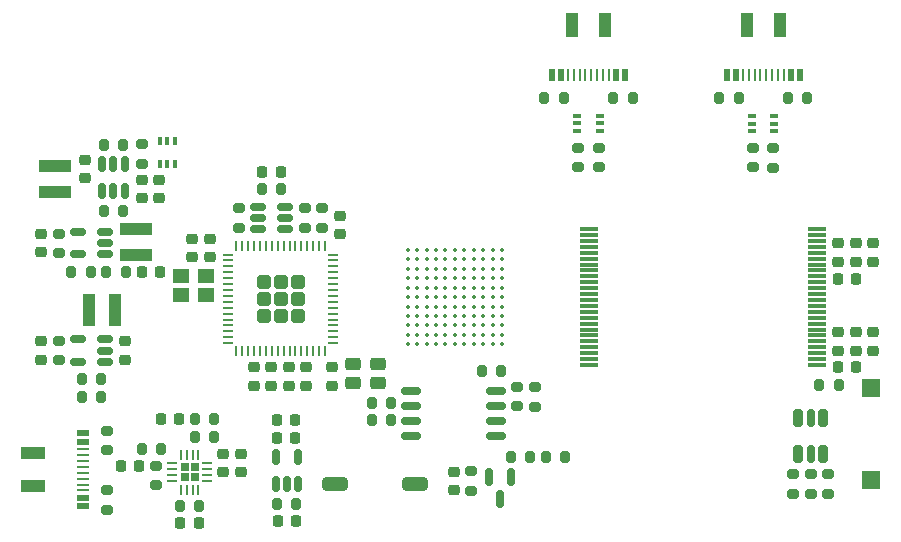
<source format=gbr>
%TF.GenerationSoftware,KiCad,Pcbnew,9.0.3*%
%TF.CreationDate,2025-10-10T02:39:33-04:00*%
%TF.ProjectId,sbc,7362632e-6b69-4636-9164-5f7063625858,rev?*%
%TF.SameCoordinates,Original*%
%TF.FileFunction,Paste,Top*%
%TF.FilePolarity,Positive*%
%FSLAX46Y46*%
G04 Gerber Fmt 4.6, Leading zero omitted, Abs format (unit mm)*
G04 Created by KiCad (PCBNEW 9.0.3) date 2025-10-10 02:39:33*
%MOMM*%
%LPD*%
G01*
G04 APERTURE LIST*
G04 Aperture macros list*
%AMRoundRect*
0 Rectangle with rounded corners*
0 $1 Rounding radius*
0 $2 $3 $4 $5 $6 $7 $8 $9 X,Y pos of 4 corners*
0 Add a 4 corners polygon primitive as box body*
4,1,4,$2,$3,$4,$5,$6,$7,$8,$9,$2,$3,0*
0 Add four circle primitives for the rounded corners*
1,1,$1+$1,$2,$3*
1,1,$1+$1,$4,$5*
1,1,$1+$1,$6,$7*
1,1,$1+$1,$8,$9*
0 Add four rect primitives between the rounded corners*
20,1,$1+$1,$2,$3,$4,$5,0*
20,1,$1+$1,$4,$5,$6,$7,0*
20,1,$1+$1,$6,$7,$8,$9,0*
20,1,$1+$1,$8,$9,$2,$3,0*%
G04 Aperture macros list end*
%ADD10RoundRect,0.200000X0.200000X0.275000X-0.200000X0.275000X-0.200000X-0.275000X0.200000X-0.275000X0*%
%ADD11RoundRect,0.200000X0.275000X-0.200000X0.275000X0.200000X-0.275000X0.200000X-0.275000X-0.200000X0*%
%ADD12RoundRect,0.225000X0.250000X-0.225000X0.250000X0.225000X-0.250000X0.225000X-0.250000X-0.225000X0*%
%ADD13RoundRect,0.150000X-0.150000X0.587500X-0.150000X-0.587500X0.150000X-0.587500X0.150000X0.587500X0*%
%ADD14R,2.000000X1.000000*%
%ADD15R,1.000000X0.520000*%
%ADD16R,1.000000X0.270000*%
%ADD17RoundRect,0.200000X-0.200000X-0.275000X0.200000X-0.275000X0.200000X0.275000X-0.200000X0.275000X0*%
%ADD18R,1.000000X2.700000*%
%ADD19R,2.700000X1.000000*%
%ADD20RoundRect,0.160000X-0.240000X0.565000X-0.240000X-0.565000X0.240000X-0.565000X0.240000X0.565000X0*%
%ADD21RoundRect,0.120000X-0.180000X0.605000X-0.180000X-0.605000X0.180000X-0.605000X0.180000X0.605000X0*%
%ADD22RoundRect,0.225000X-0.250000X0.225000X-0.250000X-0.225000X0.250000X-0.225000X0.250000X0.225000X0*%
%ADD23RoundRect,0.200000X-0.275000X0.200000X-0.275000X-0.200000X0.275000X-0.200000X0.275000X0.200000X0*%
%ADD24RoundRect,0.225000X0.225000X0.250000X-0.225000X0.250000X-0.225000X-0.250000X0.225000X-0.250000X0*%
%ADD25RoundRect,0.250000X-0.830000X-0.310000X0.830000X-0.310000X0.830000X0.310000X-0.830000X0.310000X0*%
%ADD26RoundRect,0.150000X0.512500X0.150000X-0.512500X0.150000X-0.512500X-0.150000X0.512500X-0.150000X0*%
%ADD27RoundRect,0.218750X0.256250X-0.218750X0.256250X0.218750X-0.256250X0.218750X-0.256250X-0.218750X0*%
%ADD28RoundRect,0.150000X0.150000X-0.512500X0.150000X0.512500X-0.150000X0.512500X-0.150000X-0.512500X0*%
%ADD29RoundRect,0.100000X-0.225000X-0.100000X0.225000X-0.100000X0.225000X0.100000X-0.225000X0.100000X0*%
%ADD30RoundRect,0.250000X-0.335000X-0.335000X0.335000X-0.335000X0.335000X0.335000X-0.335000X0.335000X0*%
%ADD31RoundRect,0.062500X-0.337500X-0.062500X0.337500X-0.062500X0.337500X0.062500X-0.337500X0.062500X0*%
%ADD32RoundRect,0.062500X-0.062500X-0.337500X0.062500X-0.337500X0.062500X0.337500X-0.062500X0.337500X0*%
%ADD33R,1.500000X1.500000*%
%ADD34RoundRect,0.150000X-0.512500X-0.150000X0.512500X-0.150000X0.512500X0.150000X-0.512500X0.150000X0*%
%ADD35C,0.350000*%
%ADD36R,1.400000X1.200000*%
%ADD37R,1.000000X2.000000*%
%ADD38R,0.520000X1.000000*%
%ADD39R,0.270000X1.000000*%
%ADD40RoundRect,0.218750X-0.256250X0.218750X-0.256250X-0.218750X0.256250X-0.218750X0.256250X0.218750X0*%
%ADD41RoundRect,0.162500X-0.650000X-0.162500X0.650000X-0.162500X0.650000X0.162500X-0.650000X0.162500X0*%
%ADD42RoundRect,0.225000X-0.225000X-0.250000X0.225000X-0.250000X0.225000X0.250000X-0.225000X0.250000X0*%
%ADD43RoundRect,0.218750X-0.218750X-0.256250X0.218750X-0.256250X0.218750X0.256250X-0.218750X0.256250X0*%
%ADD44RoundRect,0.250000X-0.400000X-0.300000X0.400000X-0.300000X0.400000X0.300000X-0.400000X0.300000X0*%
%ADD45RoundRect,0.218750X0.218750X0.256250X-0.218750X0.256250X-0.218750X-0.256250X0.218750X-0.256250X0*%
%ADD46RoundRect,0.100000X-0.100000X0.225000X-0.100000X-0.225000X0.100000X-0.225000X0.100000X0.225000X0*%
%ADD47RoundRect,0.075000X-0.712500X-0.075000X0.712500X-0.075000X0.712500X0.075000X-0.712500X0.075000X0*%
%ADD48RoundRect,0.182500X0.182500X-0.182500X0.182500X0.182500X-0.182500X0.182500X-0.182500X-0.182500X0*%
%ADD49RoundRect,0.062500X0.062500X-0.350000X0.062500X0.350000X-0.062500X0.350000X-0.062500X-0.350000X0*%
%ADD50RoundRect,0.062500X0.350000X-0.062500X0.350000X0.062500X-0.350000X0.062500X-0.350000X-0.062500X0*%
G04 APERTURE END LIST*
D10*
%TO.C,R26*%
X148920000Y-84770000D03*
X147270000Y-84770000D03*
%TD*%
D11*
%TO.C,R21*%
X106154000Y-106944600D03*
X106154000Y-105294600D03*
%TD*%
%TO.C,R33*%
X168360000Y-118260000D03*
X168360000Y-116610000D03*
%TD*%
D10*
%TO.C,R23*%
X163720000Y-84770000D03*
X162070000Y-84770000D03*
%TD*%
D12*
%TO.C,C33*%
X173620000Y-98605000D03*
X173620000Y-97055000D03*
%TD*%
D13*
%TO.C,Q2*%
X144460000Y-116815000D03*
X142560000Y-116815000D03*
X143510000Y-118690000D03*
%TD*%
D11*
%TO.C,R18*%
X145000000Y-110860000D03*
X145000000Y-109210000D03*
%TD*%
D14*
%TO.C,J6*%
X104002500Y-114825000D03*
X104002500Y-117625000D03*
D15*
X108202500Y-113125000D03*
X108202500Y-113875000D03*
D16*
X108202500Y-114475000D03*
X108202500Y-115975000D03*
X108202500Y-116975000D03*
X108202500Y-117975000D03*
D15*
X108202500Y-118575000D03*
X108202500Y-119325000D03*
X108202500Y-119325000D03*
X108202500Y-118575000D03*
D16*
X108202500Y-117475000D03*
X108202500Y-116475000D03*
X108202500Y-115475000D03*
X108202500Y-114975000D03*
D15*
X108202500Y-113875000D03*
X108202500Y-113125000D03*
%TD*%
D12*
%TO.C,C40*%
X124170000Y-109100000D03*
X124170000Y-107550000D03*
%TD*%
D17*
%TO.C,R53*%
X116400000Y-119300000D03*
X118050000Y-119300000D03*
%TD*%
D18*
%TO.C,L1*%
X108686500Y-102679600D03*
X110886500Y-102679600D03*
%TD*%
D19*
%TO.C,L2*%
X112725200Y-95801200D03*
X112725200Y-98001200D03*
%TD*%
D20*
%TO.C,D3*%
X170860000Y-111875000D03*
D21*
X169810000Y-111875000D03*
D20*
X168760000Y-111875000D03*
X168760000Y-114925000D03*
D21*
X169810000Y-114925000D03*
D20*
X170860000Y-114925000D03*
%TD*%
D22*
%TO.C,C16*%
X108351600Y-89957400D03*
X108351600Y-91507400D03*
%TD*%
D23*
%TO.C,R35*%
X151870000Y-88949200D03*
X151870000Y-90599200D03*
%TD*%
D12*
%TO.C,C55*%
X175090000Y-98605000D03*
X175090000Y-97055000D03*
%TD*%
D17*
%TO.C,R24*%
X167870000Y-84770000D03*
X169520000Y-84770000D03*
%TD*%
D24*
%TO.C,C4*%
X116330000Y-111940000D03*
X114780000Y-111940000D03*
%TD*%
D11*
%TO.C,R10*%
X110212500Y-114555000D03*
X110212500Y-112905000D03*
%TD*%
D25*
%TO.C,JP2*%
X129578600Y-117398800D03*
X136308600Y-117398800D03*
%TD*%
D11*
%TO.C,R16*%
X146460000Y-110870000D03*
X146460000Y-109220000D03*
%TD*%
D26*
%TO.C,U11*%
X110094000Y-107074600D03*
X110094000Y-106124600D03*
X110094000Y-105174600D03*
X107819000Y-105174600D03*
X107819000Y-107074600D03*
%TD*%
D27*
%TO.C,D6*%
X121570000Y-116435000D03*
X121570000Y-114860000D03*
%TD*%
D26*
%TO.C,U1*%
X110063200Y-97993200D03*
X110063200Y-97043200D03*
X110063200Y-96093200D03*
X107788200Y-96093200D03*
X107788200Y-97993200D03*
%TD*%
D28*
%TO.C,U4*%
X109831600Y-92647400D03*
X110781600Y-92647400D03*
X111731600Y-92647400D03*
X111731600Y-90372400D03*
X110781600Y-90372400D03*
X109831600Y-90372400D03*
%TD*%
D17*
%TO.C,R13*%
X107223200Y-99473200D03*
X108873200Y-99473200D03*
%TD*%
D22*
%TO.C,C41*%
X173620000Y-104580000D03*
X173620000Y-106130000D03*
%TD*%
D10*
%TO.C,R9*%
X109764000Y-108559600D03*
X108114000Y-108559600D03*
%TD*%
D17*
%TO.C,R48*%
X123350000Y-92479600D03*
X125000000Y-92479600D03*
%TD*%
D29*
%TO.C,U14*%
X164830000Y-86279200D03*
X164830000Y-86929200D03*
X164830000Y-87579200D03*
X166730000Y-87579200D03*
X166730000Y-86929200D03*
X166730000Y-86279200D03*
%TD*%
D30*
%TO.C,U8*%
X123500000Y-100300000D03*
X123500000Y-101750000D03*
X123500000Y-103200000D03*
X124950000Y-100300000D03*
X124950000Y-101750000D03*
X124950000Y-103200000D03*
X126400000Y-100300000D03*
X126400000Y-101750000D03*
X126400000Y-103200000D03*
D31*
X120500000Y-98000000D03*
X120500000Y-98500000D03*
X120500000Y-99000000D03*
X120500000Y-99500000D03*
X120500000Y-100000000D03*
X120500000Y-100500000D03*
X120500000Y-101000000D03*
X120500000Y-101500000D03*
X120500000Y-102000000D03*
X120500000Y-102500000D03*
X120500000Y-103000000D03*
X120500000Y-103500000D03*
X120500000Y-104000000D03*
X120500000Y-104500000D03*
X120500000Y-105000000D03*
X120500000Y-105500000D03*
D32*
X121200000Y-106200000D03*
X121700000Y-106200000D03*
X122200000Y-106200000D03*
X122700000Y-106200000D03*
X123200000Y-106200000D03*
X123700000Y-106200000D03*
X124200000Y-106200000D03*
X124700000Y-106200000D03*
X125200000Y-106200000D03*
X125700000Y-106200000D03*
X126200000Y-106200000D03*
X126700000Y-106200000D03*
X127200000Y-106200000D03*
X127700000Y-106200000D03*
X128200000Y-106200000D03*
X128700000Y-106200000D03*
D31*
X129400000Y-105500000D03*
X129400000Y-105000000D03*
X129400000Y-104500000D03*
X129400000Y-104000000D03*
X129400000Y-103500000D03*
X129400000Y-103000000D03*
X129400000Y-102500000D03*
X129400000Y-102000000D03*
X129400000Y-101500000D03*
X129400000Y-101000000D03*
X129400000Y-100500000D03*
X129400000Y-100000000D03*
X129400000Y-99500000D03*
X129400000Y-99000000D03*
X129400000Y-98500000D03*
X129400000Y-98000000D03*
D32*
X128700000Y-97300000D03*
X128200000Y-97300000D03*
X127700000Y-97300000D03*
X127200000Y-97300000D03*
X126700000Y-97300000D03*
X126200000Y-97300000D03*
X125700000Y-97300000D03*
X125200000Y-97300000D03*
X124700000Y-97300000D03*
X124200000Y-97300000D03*
X123700000Y-97300000D03*
X123200000Y-97300000D03*
X122700000Y-97300000D03*
X122200000Y-97300000D03*
X121700000Y-97300000D03*
X121200000Y-97300000D03*
%TD*%
D12*
%TO.C,C42*%
X125630000Y-109100000D03*
X125630000Y-107550000D03*
%TD*%
D11*
%TO.C,R5*%
X114377500Y-117515000D03*
X114377500Y-115865000D03*
%TD*%
D22*
%TO.C,C15*%
X175080000Y-104580000D03*
X175080000Y-106130000D03*
%TD*%
D33*
%TO.C,SW1*%
X174910000Y-117090000D03*
X174910000Y-109290000D03*
%TD*%
D11*
%TO.C,R50*%
X128430000Y-95739600D03*
X128430000Y-94089600D03*
%TD*%
%TO.C,R49*%
X126970000Y-95734600D03*
X126970000Y-94084600D03*
%TD*%
D10*
%TO.C,R17*%
X134310000Y-112000000D03*
X132660000Y-112000000D03*
%TD*%
D12*
%TO.C,C37*%
X117468800Y-98230000D03*
X117468800Y-96680000D03*
%TD*%
D17*
%TO.C,R27*%
X153100000Y-84770000D03*
X154750000Y-84770000D03*
%TD*%
D10*
%TO.C,R4*%
X114832500Y-114485000D03*
X113182500Y-114485000D03*
%TD*%
D34*
%TO.C,U7*%
X123042500Y-93959600D03*
X123042500Y-94909600D03*
X123042500Y-95859600D03*
X125317500Y-95859600D03*
X125317500Y-94909600D03*
X125317500Y-93959600D03*
%TD*%
D35*
%TO.C,U2*%
X135700000Y-97600000D03*
X136500000Y-97600000D03*
X137300000Y-97600000D03*
X138100000Y-97600000D03*
X138900000Y-97600000D03*
X139700000Y-97600000D03*
X140500000Y-97600000D03*
X141300000Y-97600000D03*
X142100000Y-97600000D03*
X142900000Y-97600000D03*
X143700000Y-97600000D03*
X135700000Y-98400000D03*
X136500000Y-98400000D03*
X137300000Y-98400000D03*
X138100000Y-98400000D03*
X138900000Y-98400000D03*
X139700000Y-98400000D03*
X140500000Y-98400000D03*
X141300000Y-98400000D03*
X142100000Y-98400000D03*
X142900000Y-98400000D03*
X143700000Y-98400000D03*
X135700000Y-99200000D03*
X136500000Y-99200000D03*
X137300000Y-99200000D03*
X138100000Y-99200000D03*
X138900000Y-99200000D03*
X139700000Y-99200000D03*
X140500000Y-99200000D03*
X141300000Y-99200000D03*
X142100000Y-99200000D03*
X142900000Y-99200000D03*
X143700000Y-99200000D03*
X135700000Y-100000000D03*
X136500000Y-100000000D03*
X137300000Y-100000000D03*
X138100000Y-100000000D03*
X138900000Y-100000000D03*
X139700000Y-100000000D03*
X140500000Y-100000000D03*
X141300000Y-100000000D03*
X142100000Y-100000000D03*
X142900000Y-100000000D03*
X143700000Y-100000000D03*
X135700000Y-100800000D03*
X136500000Y-100800000D03*
X137300000Y-100800000D03*
X138100000Y-100800000D03*
X138900000Y-100800000D03*
X139700000Y-100800000D03*
X140500000Y-100800000D03*
X141300000Y-100800000D03*
X142100000Y-100800000D03*
X142900000Y-100800000D03*
X143700000Y-100800000D03*
X135700000Y-101600000D03*
X136500000Y-101600000D03*
X137300000Y-101600000D03*
X138100000Y-101600000D03*
X138900000Y-101600000D03*
X139700000Y-101600000D03*
X140500000Y-101600000D03*
X141300000Y-101600000D03*
X142100000Y-101600000D03*
X142900000Y-101600000D03*
X143700000Y-101600000D03*
X135700000Y-102400000D03*
X136500000Y-102400000D03*
X137300000Y-102400000D03*
X138100000Y-102400000D03*
X138900000Y-102400000D03*
X139700000Y-102400000D03*
X140500000Y-102400000D03*
X141300000Y-102400000D03*
X142100000Y-102400000D03*
X142900000Y-102400000D03*
X143700000Y-102400000D03*
X135700000Y-103200000D03*
X136500000Y-103200000D03*
X137300000Y-103200000D03*
X138100000Y-103200000D03*
X138900000Y-103200000D03*
X139700000Y-103200000D03*
X140500000Y-103200000D03*
X141300000Y-103200000D03*
X142100000Y-103200000D03*
X142900000Y-103200000D03*
X143700000Y-103200000D03*
X135700000Y-104000000D03*
X136500000Y-104000000D03*
X137300000Y-104000000D03*
X138100000Y-104000000D03*
X138900000Y-104000000D03*
X139700000Y-104000000D03*
X140500000Y-104000000D03*
X141300000Y-104000000D03*
X142100000Y-104000000D03*
X142900000Y-104000000D03*
X143700000Y-104000000D03*
X135700000Y-104800000D03*
X136500000Y-104800000D03*
X137300000Y-104800000D03*
X138100000Y-104800000D03*
X138900000Y-104800000D03*
X139700000Y-104800000D03*
X140500000Y-104800000D03*
X141300000Y-104800000D03*
X142100000Y-104800000D03*
X142900000Y-104800000D03*
X143700000Y-104800000D03*
X135700000Y-105600000D03*
X136500000Y-105600000D03*
X137300000Y-105600000D03*
X138100000Y-105600000D03*
X138900000Y-105600000D03*
X139700000Y-105600000D03*
X140500000Y-105600000D03*
X141300000Y-105600000D03*
X142100000Y-105600000D03*
X142900000Y-105600000D03*
X143700000Y-105600000D03*
%TD*%
D36*
%TO.C,Y1*%
X118668800Y-99830000D03*
X116468800Y-99830000D03*
X116468800Y-101430000D03*
X118668800Y-101430000D03*
%TD*%
D37*
%TO.C,J1*%
X167220000Y-78560000D03*
X164420000Y-78560000D03*
D38*
X168920000Y-82760000D03*
X168170000Y-82760000D03*
D39*
X167570000Y-82760000D03*
X166070000Y-82760000D03*
X165070000Y-82760000D03*
X164070000Y-82760000D03*
D38*
X163470000Y-82760000D03*
X162720000Y-82760000D03*
X162720000Y-82760000D03*
X163470000Y-82760000D03*
D39*
X164570000Y-82760000D03*
X165570000Y-82760000D03*
X166570000Y-82760000D03*
X167070000Y-82760000D03*
D38*
X168170000Y-82760000D03*
X168920000Y-82760000D03*
%TD*%
D40*
%TO.C,D4*%
X139620000Y-116385000D03*
X139620000Y-117960000D03*
%TD*%
D37*
%TO.C,J7*%
X152400000Y-78560000D03*
X149600000Y-78560000D03*
D38*
X154100000Y-82760000D03*
X153350000Y-82760000D03*
D39*
X152750000Y-82760000D03*
X151250000Y-82760000D03*
X150250000Y-82760000D03*
X149250000Y-82760000D03*
D38*
X148650000Y-82760000D03*
X147900000Y-82760000D03*
X147900000Y-82760000D03*
X148650000Y-82760000D03*
D39*
X149750000Y-82760000D03*
X150750000Y-82760000D03*
X151750000Y-82760000D03*
X152250000Y-82760000D03*
D38*
X153350000Y-82760000D03*
X154100000Y-82760000D03*
%TD*%
D22*
%TO.C,C56*%
X172160000Y-104580000D03*
X172160000Y-106130000D03*
%TD*%
D17*
%TO.C,R40*%
X147410000Y-115110000D03*
X149060000Y-115110000D03*
%TD*%
D23*
%TO.C,R37*%
X121400000Y-94069600D03*
X121400000Y-95719600D03*
%TD*%
%TO.C,R44*%
X166640000Y-88984200D03*
X166640000Y-90634200D03*
%TD*%
D22*
%TO.C,C34*%
X113211600Y-91662400D03*
X113211600Y-93212400D03*
%TD*%
D41*
%TO.C,U3*%
X136025000Y-109560000D03*
X136025000Y-110830000D03*
X136025000Y-112100000D03*
X136025000Y-113370000D03*
X143200000Y-113370000D03*
X143200000Y-112100000D03*
X143200000Y-110830000D03*
X143200000Y-109560000D03*
%TD*%
D42*
%TO.C,C9*%
X113188200Y-99473200D03*
X114738200Y-99473200D03*
%TD*%
D17*
%TO.C,R55*%
X109951600Y-94292400D03*
X111601600Y-94292400D03*
%TD*%
D42*
%TO.C,C13*%
X172140000Y-107560000D03*
X173690000Y-107560000D03*
%TD*%
D10*
%TO.C,R6*%
X119337500Y-111940000D03*
X117687500Y-111940000D03*
%TD*%
D17*
%TO.C,R8*%
X108114000Y-110019600D03*
X109764000Y-110019600D03*
%TD*%
D42*
%TO.C,C64*%
X111400000Y-115940000D03*
X112950000Y-115940000D03*
%TD*%
D10*
%TO.C,R31*%
X172210000Y-109030000D03*
X170560000Y-109030000D03*
%TD*%
D22*
%TO.C,C6*%
X111734000Y-105339600D03*
X111734000Y-106889600D03*
%TD*%
D17*
%TO.C,R22*%
X141980000Y-107830000D03*
X143630000Y-107830000D03*
%TD*%
%TO.C,R39*%
X109961600Y-88732400D03*
X111611600Y-88732400D03*
%TD*%
D22*
%TO.C,C5*%
X104684000Y-105344600D03*
X104684000Y-106894600D03*
%TD*%
D12*
%TO.C,C39*%
X172160000Y-98605000D03*
X172160000Y-97055000D03*
%TD*%
D29*
%TO.C,U15*%
X150050000Y-86249200D03*
X150050000Y-86899200D03*
X150050000Y-87549200D03*
X151950000Y-87549200D03*
X151950000Y-86899200D03*
X151950000Y-86249200D03*
%TD*%
D43*
%TO.C,L6*%
X124625000Y-113500000D03*
X126200000Y-113500000D03*
%TD*%
D44*
%TO.C,Y2*%
X131050000Y-108880000D03*
X133150000Y-108880000D03*
X133150000Y-107230000D03*
X131050000Y-107230000D03*
%TD*%
D17*
%TO.C,R54*%
X124638000Y-119088400D03*
X126288000Y-119088400D03*
%TD*%
D11*
%TO.C,R42*%
X141080000Y-117990000D03*
X141080000Y-116340000D03*
%TD*%
D22*
%TO.C,C14*%
X129270000Y-107550000D03*
X129270000Y-109100000D03*
%TD*%
D45*
%TO.C,L4*%
X173690000Y-100040000D03*
X172115000Y-100040000D03*
%TD*%
D19*
%TO.C,L3*%
X105871600Y-90502400D03*
X105871600Y-92702400D03*
%TD*%
D17*
%TO.C,R12*%
X110183200Y-99473200D03*
X111833200Y-99473200D03*
%TD*%
D11*
%TO.C,R34*%
X169820000Y-118260000D03*
X169820000Y-116610000D03*
%TD*%
D46*
%TO.C,U12*%
X115991600Y-88412400D03*
X115341600Y-88412400D03*
X114691600Y-88412400D03*
X114691600Y-90312400D03*
X115341600Y-90312400D03*
X115991600Y-90312400D03*
%TD*%
D22*
%TO.C,C35*%
X114671600Y-91662400D03*
X114671600Y-93212400D03*
%TD*%
D47*
%TO.C,U6*%
X151012500Y-95850000D03*
X151012500Y-96350000D03*
X151012500Y-96850000D03*
X151012500Y-97350000D03*
X151012500Y-97850000D03*
X151012500Y-98350000D03*
X151012500Y-98850000D03*
X151012500Y-99350000D03*
X151012500Y-99850000D03*
X151012500Y-100350000D03*
X151012500Y-100850000D03*
X151012500Y-101350000D03*
X151012500Y-101850000D03*
X151012500Y-102350000D03*
X151012500Y-102850000D03*
X151012500Y-103350000D03*
X151012500Y-103850000D03*
X151012500Y-104350000D03*
X151012500Y-104850000D03*
X151012500Y-105350000D03*
X151012500Y-105850000D03*
X151012500Y-106350000D03*
X151012500Y-106850000D03*
X151012500Y-107350000D03*
X170387500Y-107350000D03*
X170387500Y-106850000D03*
X170387500Y-106350000D03*
X170387500Y-105850000D03*
X170387500Y-105350000D03*
X170387500Y-104850000D03*
X170387500Y-104350000D03*
X170387500Y-103850000D03*
X170387500Y-103350000D03*
X170387500Y-102850000D03*
X170387500Y-102350000D03*
X170387500Y-101850000D03*
X170387500Y-101350000D03*
X170387500Y-100850000D03*
X170387500Y-100350000D03*
X170387500Y-99850000D03*
X170387500Y-99350000D03*
X170387500Y-98850000D03*
X170387500Y-98350000D03*
X170387500Y-97850000D03*
X170387500Y-97350000D03*
X170387500Y-96850000D03*
X170387500Y-96350000D03*
X170387500Y-95850000D03*
%TD*%
D10*
%TO.C,R7*%
X119337500Y-113440000D03*
X117687500Y-113440000D03*
%TD*%
D12*
%TO.C,C38*%
X122710000Y-109100000D03*
X122710000Y-107550000D03*
%TD*%
D48*
%TO.C,U9*%
X116817500Y-116860000D03*
X117657500Y-116860000D03*
X116817500Y-116020000D03*
X117657500Y-116020000D03*
D49*
X116487500Y-117902500D03*
X116987500Y-117902500D03*
X117487500Y-117902500D03*
X117987500Y-117902500D03*
D50*
X118700000Y-117190000D03*
X118700000Y-116690000D03*
X118700000Y-116190000D03*
X118700000Y-115690000D03*
D49*
X117987500Y-114977500D03*
X117487500Y-114977500D03*
X116987500Y-114977500D03*
X116487500Y-114977500D03*
D50*
X115775000Y-115690000D03*
X115775000Y-116190000D03*
X115775000Y-116690000D03*
X115775000Y-117190000D03*
%TD*%
D12*
%TO.C,C36*%
X118938800Y-98230000D03*
X118938800Y-96680000D03*
%TD*%
D28*
%TO.C,U10*%
X124518000Y-117453400D03*
X125468000Y-117453400D03*
X126418000Y-117453400D03*
X126418000Y-115178400D03*
X124518000Y-115178400D03*
%TD*%
D23*
%TO.C,R38*%
X113211600Y-88657400D03*
X113211600Y-90307400D03*
%TD*%
%TO.C,R43*%
X164910000Y-88979200D03*
X164910000Y-90629200D03*
%TD*%
D12*
%TO.C,C44*%
X129946400Y-96292000D03*
X129946400Y-94742000D03*
%TD*%
D22*
%TO.C,C7*%
X104693200Y-96263200D03*
X104693200Y-97813200D03*
%TD*%
D42*
%TO.C,C45*%
X116450000Y-120770000D03*
X118000000Y-120770000D03*
%TD*%
D12*
%TO.C,C43*%
X127090000Y-109100000D03*
X127090000Y-107550000D03*
%TD*%
D11*
%TO.C,R32*%
X171280000Y-118250000D03*
X171280000Y-116600000D03*
%TD*%
D24*
%TO.C,C10*%
X126198000Y-112038400D03*
X124648000Y-112038400D03*
%TD*%
D10*
%TO.C,R41*%
X146100000Y-115100000D03*
X144450000Y-115100000D03*
%TD*%
D11*
%TO.C,R29*%
X106153200Y-97868200D03*
X106153200Y-96218200D03*
%TD*%
D23*
%TO.C,R25*%
X150130000Y-88949200D03*
X150130000Y-90599200D03*
%TD*%
D27*
%TO.C,D2*%
X120100000Y-116435000D03*
X120100000Y-114860000D03*
%TD*%
D10*
%TO.C,R36*%
X134315000Y-110540000D03*
X132665000Y-110540000D03*
%TD*%
D42*
%TO.C,C8*%
X124688000Y-120548400D03*
X126238000Y-120548400D03*
%TD*%
D23*
%TO.C,R11*%
X110212500Y-117955000D03*
X110212500Y-119605000D03*
%TD*%
D24*
%TO.C,C60*%
X124950000Y-91019600D03*
X123400000Y-91019600D03*
%TD*%
M02*

</source>
